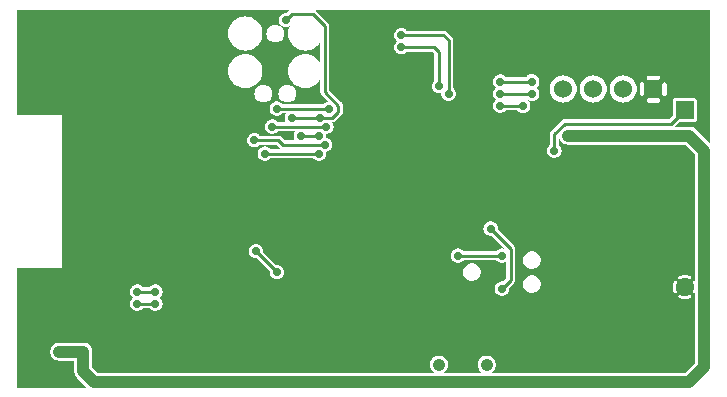
<source format=gbr>
G04 start of page 3 for group 1 idx 1 *
G04 Title: (unknown), solder *
G04 Creator: pcb 20140316 *
G04 CreationDate: Sun 30 Dec 2018 07:46:55 PM GMT UTC *
G04 For: railfan *
G04 Format: Gerber/RS-274X *
G04 PCB-Dimensions (mil): 2360.00 1310.00 *
G04 PCB-Coordinate-Origin: lower left *
%MOIN*%
%FSLAX25Y25*%
%LNBOTTOM*%
%ADD49C,0.0250*%
%ADD48C,0.0380*%
%ADD47C,0.0390*%
%ADD46C,0.0935*%
%ADD45C,0.0120*%
%ADD44C,0.0280*%
%ADD43C,0.0410*%
%ADD42C,0.0600*%
%ADD41C,0.0100*%
%ADD40C,0.0400*%
%ADD39C,0.0001*%
G54D39*G36*
X85496Y88176D02*X85552Y88085D01*
X85798Y87798D01*
X86085Y87552D01*
X86407Y87355D01*
X86756Y87210D01*
X87123Y87122D01*
X87500Y87093D01*
X87877Y87122D01*
X88244Y87210D01*
X88593Y87355D01*
X88915Y87552D01*
X89202Y87798D01*
X89375Y88000D01*
X95125D01*
X95052Y87915D01*
X94855Y87593D01*
X94710Y87244D01*
X94622Y86877D01*
X94593Y86500D01*
X94622Y86123D01*
X94710Y85756D01*
X94855Y85407D01*
X95052Y85085D01*
X95125Y85000D01*
X91621D01*
X90602Y86019D01*
X90564Y86064D01*
X90384Y86217D01*
X90183Y86341D01*
X89965Y86431D01*
X89735Y86486D01*
X89500Y86505D01*
X89441Y86500D01*
X85496D01*
Y88176D01*
G37*
G36*
X88495Y93153D02*X88623Y93122D01*
X89000Y93093D01*
X89377Y93122D01*
X89744Y93210D01*
X90093Y93355D01*
X90415Y93552D01*
X90702Y93798D01*
X90875Y94000D01*
X92125D01*
X92052Y93915D01*
X91855Y93593D01*
X91710Y93244D01*
X91622Y92877D01*
X91593Y92500D01*
X91622Y92123D01*
X91710Y91756D01*
X91855Y91407D01*
X92052Y91085D01*
X92125Y91000D01*
X89375D01*
X89202Y91202D01*
X88915Y91448D01*
X88593Y91645D01*
X88495Y91685D01*
Y93153D01*
G37*
G36*
X92495Y122651D02*X92744Y122710D01*
X93093Y122855D01*
X93415Y123052D01*
X93086Y122259D01*
X92878Y121391D01*
X92807Y120500D01*
X92878Y119609D01*
X93086Y118741D01*
X93428Y117916D01*
X93895Y117154D01*
X94475Y116475D01*
X95154Y115895D01*
X95916Y115428D01*
X96741Y115086D01*
X97609Y114878D01*
X98500Y114807D01*
X99391Y114878D01*
X100259Y115086D01*
X101084Y115428D01*
X101846Y115895D01*
X102525Y116475D01*
X103105Y117154D01*
X103500Y117798D01*
Y110702D01*
X103105Y111346D01*
X102525Y112025D01*
X101846Y112605D01*
X101084Y113072D01*
X100259Y113414D01*
X99391Y113622D01*
X98500Y113693D01*
X97609Y113622D01*
X96741Y113414D01*
X95916Y113072D01*
X95154Y112605D01*
X94475Y112025D01*
X93895Y111346D01*
X93428Y110584D01*
X93086Y109759D01*
X92878Y108891D01*
X92807Y108000D01*
X92878Y107109D01*
X93086Y106241D01*
X93428Y105416D01*
X93895Y104654D01*
X94475Y103975D01*
X95154Y103395D01*
X95916Y102928D01*
X96741Y102586D01*
X97609Y102378D01*
X98500Y102307D01*
X99391Y102378D01*
X100259Y102586D01*
X101084Y102928D01*
X101846Y103395D01*
X102525Y103975D01*
X103105Y104654D01*
X103500Y105298D01*
Y101059D01*
X103495Y101000D01*
X103514Y100765D01*
X103569Y100535D01*
X103659Y100317D01*
X103783Y100116D01*
X103936Y99936D01*
X103981Y99898D01*
X106025Y97854D01*
X105756Y97790D01*
X105407Y97645D01*
X105085Y97448D01*
X104798Y97202D01*
X104625Y97000D01*
X92495D01*
Y97541D01*
X92500Y97541D01*
X92963Y97577D01*
X93414Y97686D01*
X93843Y97863D01*
X94239Y98106D01*
X94592Y98408D01*
X94894Y98761D01*
X95137Y99157D01*
X95314Y99586D01*
X95423Y100037D01*
X95450Y100500D01*
X95423Y100963D01*
X95314Y101414D01*
X95137Y101843D01*
X94894Y102239D01*
X94592Y102592D01*
X94239Y102894D01*
X93843Y103137D01*
X93414Y103314D01*
X92963Y103423D01*
X92500Y103459D01*
X92495Y103459D01*
Y122651D01*
G37*
G36*
Y128500D02*X93941D01*
X93765Y128486D01*
X93535Y128431D01*
X93317Y128341D01*
X93116Y128217D01*
X93115Y128217D01*
X92936Y128064D01*
X92898Y128019D01*
X92495Y127617D01*
Y128500D01*
G37*
G36*
X88495D02*X92495D01*
Y127617D01*
X92265Y127387D01*
X92000Y127407D01*
X91623Y127378D01*
X91256Y127290D01*
X90907Y127145D01*
X90585Y126948D01*
X90298Y126702D01*
X90052Y126415D01*
X89855Y126093D01*
X89710Y125744D01*
X89622Y125377D01*
X89593Y125000D01*
X89622Y124623D01*
X89710Y124256D01*
X89855Y123907D01*
X90052Y123585D01*
X90298Y123298D01*
X90585Y123052D01*
X90907Y122855D01*
X91256Y122710D01*
X91623Y122622D01*
X92000Y122593D01*
X92377Y122622D01*
X92495Y122651D01*
Y103459D01*
X92037Y103423D01*
X91586Y103314D01*
X91157Y103137D01*
X90761Y102894D01*
X90408Y102592D01*
X90106Y102239D01*
X89863Y101843D01*
X89686Y101414D01*
X89577Y100963D01*
X89541Y100500D01*
X89577Y100037D01*
X89686Y99586D01*
X89863Y99157D01*
X90106Y98761D01*
X90408Y98408D01*
X90761Y98106D01*
X91157Y97863D01*
X91586Y97686D01*
X92037Y97577D01*
X92495Y97541D01*
Y97000D01*
X90875D01*
X90702Y97202D01*
X90415Y97448D01*
X90093Y97645D01*
X89744Y97790D01*
X89377Y97878D01*
X89000Y97907D01*
X88623Y97878D01*
X88495Y97847D01*
Y117541D01*
X88500Y117541D01*
X88963Y117577D01*
X89414Y117686D01*
X89843Y117863D01*
X90239Y118106D01*
X90592Y118408D01*
X90894Y118761D01*
X91137Y119157D01*
X91314Y119586D01*
X91423Y120037D01*
X91450Y120500D01*
X91423Y120963D01*
X91314Y121414D01*
X91137Y121843D01*
X90894Y122239D01*
X90592Y122592D01*
X90239Y122894D01*
X89843Y123137D01*
X89414Y123314D01*
X88963Y123423D01*
X88500Y123459D01*
X88495Y123459D01*
Y128500D01*
G37*
G36*
X85496D02*X88495D01*
Y123459D01*
X88037Y123423D01*
X87586Y123314D01*
X87157Y123137D01*
X86761Y122894D01*
X86408Y122592D01*
X86106Y122239D01*
X85863Y121843D01*
X85686Y121414D01*
X85577Y120963D01*
X85541Y120500D01*
X85577Y120037D01*
X85686Y119586D01*
X85863Y119157D01*
X86106Y118761D01*
X86408Y118408D01*
X86761Y118106D01*
X87157Y117863D01*
X87586Y117686D01*
X88037Y117577D01*
X88495Y117541D01*
Y97847D01*
X88256Y97790D01*
X87907Y97645D01*
X87585Y97448D01*
X87298Y97202D01*
X87052Y96915D01*
X86855Y96593D01*
X86710Y96244D01*
X86622Y95877D01*
X86593Y95500D01*
X86622Y95123D01*
X86710Y94756D01*
X86855Y94407D01*
X87052Y94085D01*
X87298Y93798D01*
X87585Y93552D01*
X87907Y93355D01*
X88256Y93210D01*
X88495Y93153D01*
Y91685D01*
X88244Y91790D01*
X87877Y91878D01*
X87500Y91907D01*
X87123Y91878D01*
X86756Y91790D01*
X86407Y91645D01*
X86085Y91448D01*
X85798Y91202D01*
X85552Y90915D01*
X85496Y90824D01*
Y97720D01*
X85843Y97863D01*
X86239Y98106D01*
X86592Y98408D01*
X86894Y98761D01*
X87137Y99157D01*
X87314Y99586D01*
X87423Y100037D01*
X87450Y100500D01*
X87423Y100963D01*
X87314Y101414D01*
X87137Y101843D01*
X86894Y102239D01*
X86592Y102592D01*
X86239Y102894D01*
X85843Y103137D01*
X85496Y103280D01*
Y128500D01*
G37*
G36*
X225002Y83500D02*X225257D01*
X228500Y80257D01*
Y37941D01*
X228472Y37985D01*
X228419Y38044D01*
X228357Y38094D01*
X228288Y38133D01*
X228214Y38161D01*
X228137Y38177D01*
X228058Y38181D01*
X227979Y38173D01*
X227903Y38152D01*
X227830Y38120D01*
X227764Y38077D01*
X227705Y38024D01*
X227656Y37962D01*
X227616Y37893D01*
X227588Y37819D01*
X227572Y37742D01*
X227568Y37663D01*
X227576Y37584D01*
X227597Y37507D01*
X227630Y37436D01*
X227753Y37193D01*
X227850Y36938D01*
X227923Y36676D01*
X227972Y36408D01*
X227997Y36136D01*
Y35864D01*
X227972Y35592D01*
X227923Y35324D01*
X227850Y35062D01*
X227753Y34807D01*
X227633Y34563D01*
X227600Y34491D01*
X227579Y34416D01*
X227571Y34337D01*
X227575Y34259D01*
X227591Y34182D01*
X227619Y34108D01*
X227658Y34040D01*
X227707Y33979D01*
X227766Y33926D01*
X227832Y33883D01*
X227904Y33851D01*
X227980Y33830D01*
X228058Y33822D01*
X228136Y33826D01*
X228213Y33842D01*
X228287Y33870D01*
X228355Y33909D01*
X228416Y33958D01*
X228469Y34017D01*
X228500Y34066D01*
Y10743D01*
X225257Y7500D01*
X225002D01*
Y32000D01*
X225182D01*
X225544Y32033D01*
X225902Y32099D01*
X226252Y32197D01*
X226592Y32326D01*
X226919Y32485D01*
X226985Y32528D01*
X227044Y32581D01*
X227094Y32643D01*
X227133Y32712D01*
X227161Y32786D01*
X227177Y32863D01*
X227181Y32942D01*
X227173Y33021D01*
X227152Y33097D01*
X227120Y33170D01*
X227077Y33236D01*
X227024Y33295D01*
X226962Y33344D01*
X226893Y33384D01*
X226819Y33412D01*
X226742Y33428D01*
X226663Y33432D01*
X226584Y33424D01*
X226507Y33403D01*
X226436Y33370D01*
X226193Y33247D01*
X225938Y33150D01*
X225676Y33077D01*
X225408Y33028D01*
X225136Y33003D01*
X225002D01*
Y38997D01*
X225136D01*
X225408Y38972D01*
X225676Y38923D01*
X225938Y38850D01*
X226193Y38753D01*
X226437Y38633D01*
X226509Y38600D01*
X226584Y38579D01*
X226663Y38571D01*
X226741Y38575D01*
X226818Y38591D01*
X226892Y38619D01*
X226960Y38658D01*
X227021Y38707D01*
X227074Y38766D01*
X227117Y38832D01*
X227149Y38904D01*
X227170Y38980D01*
X227178Y39058D01*
X227174Y39136D01*
X227158Y39213D01*
X227130Y39287D01*
X227091Y39355D01*
X227042Y39416D01*
X226983Y39469D01*
X226917Y39511D01*
X226592Y39674D01*
X226252Y39803D01*
X225902Y39901D01*
X225544Y39967D01*
X225182Y40000D01*
X225002D01*
Y83500D01*
G37*
G36*
X221716D02*X225002D01*
Y40000D01*
X224818D01*
X224456Y39967D01*
X224098Y39901D01*
X223748Y39803D01*
X223408Y39674D01*
X223081Y39515D01*
X223015Y39472D01*
X222956Y39419D01*
X222906Y39357D01*
X222867Y39288D01*
X222839Y39214D01*
X222823Y39137D01*
X222819Y39058D01*
X222827Y38979D01*
X222848Y38903D01*
X222880Y38830D01*
X222923Y38764D01*
X222976Y38705D01*
X223038Y38656D01*
X223107Y38616D01*
X223181Y38588D01*
X223258Y38572D01*
X223337Y38568D01*
X223416Y38576D01*
X223493Y38597D01*
X223564Y38630D01*
X223807Y38753D01*
X224062Y38850D01*
X224324Y38923D01*
X224592Y38972D01*
X224864Y38997D01*
X225002D01*
Y33003D01*
X224864D01*
X224592Y33028D01*
X224324Y33077D01*
X224062Y33150D01*
X223807Y33247D01*
X223563Y33367D01*
X223491Y33400D01*
X223415Y33421D01*
X223337Y33429D01*
X223259Y33425D01*
X223182Y33409D01*
X223108Y33381D01*
X223040Y33342D01*
X222979Y33293D01*
X222926Y33234D01*
X222883Y33168D01*
X222851Y33096D01*
X222830Y33020D01*
X222822Y32942D01*
X222826Y32864D01*
X222842Y32787D01*
X222870Y32713D01*
X222909Y32645D01*
X222958Y32584D01*
X223017Y32531D01*
X223083Y32489D01*
X223408Y32326D01*
X223748Y32197D01*
X224098Y32099D01*
X224456Y32033D01*
X224818Y32000D01*
X225002D01*
Y7500D01*
X221716D01*
Y33865D01*
X221786Y33839D01*
X221863Y33823D01*
X221942Y33819D01*
X222021Y33827D01*
X222097Y33848D01*
X222170Y33880D01*
X222236Y33923D01*
X222295Y33976D01*
X222344Y34038D01*
X222384Y34107D01*
X222412Y34181D01*
X222428Y34258D01*
X222432Y34337D01*
X222424Y34416D01*
X222403Y34493D01*
X222370Y34564D01*
X222247Y34807D01*
X222150Y35062D01*
X222077Y35324D01*
X222028Y35592D01*
X222003Y35864D01*
Y36136D01*
X222028Y36408D01*
X222077Y36676D01*
X222150Y36938D01*
X222247Y37193D01*
X222367Y37437D01*
X222400Y37509D01*
X222421Y37585D01*
X222429Y37663D01*
X222425Y37741D01*
X222409Y37818D01*
X222381Y37892D01*
X222342Y37960D01*
X222293Y38021D01*
X222234Y38074D01*
X222168Y38117D01*
X222096Y38149D01*
X222020Y38170D01*
X221942Y38178D01*
X221864Y38174D01*
X221787Y38158D01*
X221716Y38131D01*
Y83500D01*
G37*
G36*
X214500D02*X221716D01*
Y38131D01*
X221713Y38130D01*
X221645Y38091D01*
X221584Y38042D01*
X221531Y37983D01*
X221489Y37917D01*
X221326Y37592D01*
X221197Y37252D01*
X221099Y36902D01*
X221033Y36544D01*
X221000Y36182D01*
Y35818D01*
X221033Y35456D01*
X221099Y35098D01*
X221197Y34748D01*
X221326Y34408D01*
X221485Y34081D01*
X221528Y34015D01*
X221581Y33956D01*
X221643Y33906D01*
X221712Y33867D01*
X221716Y33865D01*
Y7500D01*
X214500D01*
Y83500D01*
G37*
G36*
X218250Y128500D02*X233500D01*
Y83743D01*
X228704Y88538D01*
X228628Y88628D01*
X228269Y88935D01*
X227866Y89181D01*
X227430Y89362D01*
X226971Y89472D01*
X226971Y89472D01*
X226500Y89509D01*
X226382Y89500D01*
X221621D01*
X223123Y91002D01*
X228157Y91009D01*
X228310Y91046D01*
X228455Y91106D01*
X228590Y91188D01*
X228709Y91291D01*
X228812Y91410D01*
X228894Y91545D01*
X228954Y91690D01*
X228991Y91843D01*
X229000Y92000D01*
X228991Y98157D01*
X228954Y98310D01*
X228894Y98455D01*
X228812Y98590D01*
X228709Y98709D01*
X228590Y98812D01*
X228455Y98894D01*
X228310Y98954D01*
X228157Y98991D01*
X228000Y99000D01*
X221843Y98991D01*
X221690Y98954D01*
X221545Y98894D01*
X221410Y98812D01*
X221291Y98709D01*
X221188Y98590D01*
X221106Y98455D01*
X221046Y98310D01*
X221009Y98157D01*
X221000Y98000D01*
X221007Y93129D01*
X219879Y92000D01*
X218250D01*
Y99748D01*
X218368Y99757D01*
X218482Y99785D01*
X218592Y99830D01*
X218692Y99891D01*
X218782Y99968D01*
X218859Y100058D01*
X218920Y100158D01*
X218965Y100268D01*
X218993Y100382D01*
X219000Y100500D01*
Y103500D01*
X218993Y103618D01*
X218965Y103732D01*
X218920Y103842D01*
X218859Y103942D01*
X218782Y104032D01*
X218692Y104109D01*
X218592Y104170D01*
X218482Y104215D01*
X218368Y104243D01*
X218250Y104252D01*
Y128500D01*
G37*
G36*
X214500D02*X218250D01*
Y104252D01*
X218132Y104243D01*
X218018Y104215D01*
X217908Y104170D01*
X217808Y104109D01*
X217718Y104032D01*
X217641Y103942D01*
X217580Y103842D01*
X217535Y103732D01*
X217507Y103618D01*
X217500Y103500D01*
Y100500D01*
X217507Y100382D01*
X217535Y100268D01*
X217580Y100158D01*
X217641Y100058D01*
X217718Y99968D01*
X217808Y99891D01*
X217908Y99830D01*
X218018Y99785D01*
X218132Y99757D01*
X218250Y99748D01*
Y92000D01*
X214500D01*
Y97500D01*
X216000D01*
X216118Y97507D01*
X216232Y97535D01*
X216342Y97580D01*
X216442Y97641D01*
X216532Y97718D01*
X216609Y97808D01*
X216670Y97908D01*
X216715Y98018D01*
X216743Y98132D01*
X216752Y98250D01*
X216743Y98368D01*
X216715Y98482D01*
X216670Y98592D01*
X216609Y98692D01*
X216532Y98782D01*
X216442Y98859D01*
X216342Y98920D01*
X216232Y98965D01*
X216118Y98993D01*
X216000Y99000D01*
X214500D01*
Y105000D01*
X216000D01*
X216118Y105007D01*
X216232Y105035D01*
X216342Y105080D01*
X216442Y105141D01*
X216532Y105218D01*
X216609Y105308D01*
X216670Y105408D01*
X216715Y105518D01*
X216743Y105632D01*
X216752Y105750D01*
X216743Y105868D01*
X216715Y105982D01*
X216670Y106092D01*
X216609Y106192D01*
X216532Y106282D01*
X216442Y106359D01*
X216342Y106420D01*
X216232Y106465D01*
X216118Y106493D01*
X216000Y106500D01*
X214500D01*
Y128500D01*
G37*
G36*
X210750Y83500D02*X214500D01*
Y7500D01*
X210750D01*
Y83500D01*
G37*
G36*
Y128500D02*X214500D01*
Y106500D01*
X213000D01*
X212882Y106493D01*
X212768Y106465D01*
X212658Y106420D01*
X212558Y106359D01*
X212468Y106282D01*
X212391Y106192D01*
X212330Y106092D01*
X212285Y105982D01*
X212257Y105868D01*
X212248Y105750D01*
X212257Y105632D01*
X212285Y105518D01*
X212330Y105408D01*
X212391Y105308D01*
X212468Y105218D01*
X212558Y105141D01*
X212658Y105080D01*
X212768Y105035D01*
X212882Y105007D01*
X213000Y105000D01*
X214500D01*
Y99000D01*
X213000D01*
X212882Y98993D01*
X212768Y98965D01*
X212658Y98920D01*
X212558Y98859D01*
X212468Y98782D01*
X212391Y98692D01*
X212330Y98592D01*
X212285Y98482D01*
X212257Y98368D01*
X212248Y98250D01*
X212257Y98132D01*
X212285Y98018D01*
X212330Y97908D01*
X212391Y97808D01*
X212468Y97718D01*
X212558Y97641D01*
X212658Y97580D01*
X212768Y97535D01*
X212882Y97507D01*
X213000Y97500D01*
X214500D01*
Y92000D01*
X210750D01*
Y99748D01*
X210868Y99757D01*
X210982Y99785D01*
X211092Y99830D01*
X211192Y99891D01*
X211282Y99968D01*
X211359Y100058D01*
X211420Y100158D01*
X211465Y100268D01*
X211493Y100382D01*
X211500Y100500D01*
Y103500D01*
X211493Y103618D01*
X211465Y103732D01*
X211420Y103842D01*
X211359Y103942D01*
X211282Y104032D01*
X211192Y104109D01*
X211092Y104170D01*
X210982Y104215D01*
X210868Y104243D01*
X210750Y104252D01*
Y128500D01*
G37*
G36*
X204493Y83500D02*X210750D01*
Y7500D01*
X204493D01*
Y83500D01*
G37*
G36*
Y128500D02*X210750D01*
Y104252D01*
X210632Y104243D01*
X210518Y104215D01*
X210408Y104170D01*
X210308Y104109D01*
X210218Y104032D01*
X210141Y103942D01*
X210080Y103842D01*
X210035Y103732D01*
X210007Y103618D01*
X210000Y103500D01*
Y100500D01*
X210007Y100382D01*
X210035Y100268D01*
X210080Y100158D01*
X210141Y100058D01*
X210218Y99968D01*
X210308Y99891D01*
X210408Y99830D01*
X210518Y99785D01*
X210632Y99757D01*
X210750Y99748D01*
Y92000D01*
X204493D01*
Y97487D01*
X204500Y97486D01*
X205206Y97542D01*
X205895Y97707D01*
X206549Y97978D01*
X207153Y98348D01*
X207692Y98808D01*
X208152Y99347D01*
X208522Y99951D01*
X208793Y100605D01*
X208958Y101294D01*
X209000Y102000D01*
X208958Y102706D01*
X208793Y103395D01*
X208522Y104049D01*
X208152Y104653D01*
X207692Y105192D01*
X207153Y105652D01*
X206549Y106022D01*
X205895Y106293D01*
X205206Y106458D01*
X204500Y106514D01*
X204493Y106513D01*
Y128500D01*
G37*
G36*
X194493Y83500D02*X204493D01*
Y7500D01*
X194493D01*
Y83500D01*
G37*
G36*
Y128500D02*X204493D01*
Y106513D01*
X203794Y106458D01*
X203105Y106293D01*
X202451Y106022D01*
X201847Y105652D01*
X201308Y105192D01*
X200848Y104653D01*
X200478Y104049D01*
X200207Y103395D01*
X200042Y102706D01*
X199986Y102000D01*
X200042Y101294D01*
X200207Y100605D01*
X200478Y99951D01*
X200848Y99347D01*
X201308Y98808D01*
X201847Y98348D01*
X202451Y97978D01*
X203105Y97707D01*
X203794Y97542D01*
X204493Y97487D01*
Y92000D01*
X194493D01*
Y97487D01*
X194500Y97486D01*
X195206Y97542D01*
X195895Y97707D01*
X196549Y97978D01*
X197153Y98348D01*
X197692Y98808D01*
X198152Y99347D01*
X198522Y99951D01*
X198793Y100605D01*
X198958Y101294D01*
X199000Y102000D01*
X198958Y102706D01*
X198793Y103395D01*
X198522Y104049D01*
X198152Y104653D01*
X197692Y105192D01*
X197153Y105652D01*
X196549Y106022D01*
X195895Y106293D01*
X195206Y106458D01*
X194500Y106514D01*
X194493Y106513D01*
Y128500D01*
G37*
G36*
X184493Y83905D02*X184634Y83819D01*
X185070Y83638D01*
X185529Y83528D01*
X186000Y83500D01*
X194493D01*
Y7500D01*
X184493D01*
Y83905D01*
G37*
G36*
Y128500D02*X194493D01*
Y106513D01*
X193794Y106458D01*
X193105Y106293D01*
X192451Y106022D01*
X191847Y105652D01*
X191308Y105192D01*
X190848Y104653D01*
X190478Y104049D01*
X190207Y103395D01*
X190042Y102706D01*
X189986Y102000D01*
X190042Y101294D01*
X190207Y100605D01*
X190478Y99951D01*
X190848Y99347D01*
X191308Y98808D01*
X191847Y98348D01*
X192451Y97978D01*
X193105Y97707D01*
X193794Y97542D01*
X194493Y97487D01*
Y92000D01*
X185059D01*
X185000Y92005D01*
X184765Y91986D01*
X184535Y91931D01*
X184493Y91914D01*
Y97487D01*
X184500Y97486D01*
X185206Y97542D01*
X185895Y97707D01*
X186549Y97978D01*
X187153Y98348D01*
X187692Y98808D01*
X188152Y99347D01*
X188522Y99951D01*
X188793Y100605D01*
X188958Y101294D01*
X189000Y102000D01*
X188958Y102706D01*
X188793Y103395D01*
X188522Y104049D01*
X188152Y104653D01*
X187692Y105192D01*
X187153Y105652D01*
X186549Y106022D01*
X185895Y106293D01*
X185206Y106458D01*
X184500Y106514D01*
X184493Y106513D01*
Y128500D01*
G37*
G36*
X173995D02*X184493D01*
Y106513D01*
X183794Y106458D01*
X183105Y106293D01*
X182451Y106022D01*
X181847Y105652D01*
X181308Y105192D01*
X180848Y104653D01*
X180478Y104049D01*
X180207Y103395D01*
X180042Y102706D01*
X179986Y102000D01*
X180042Y101294D01*
X180207Y100605D01*
X180478Y99951D01*
X180848Y99347D01*
X181308Y98808D01*
X181847Y98348D01*
X182451Y97978D01*
X183105Y97707D01*
X183794Y97542D01*
X184493Y97487D01*
Y91914D01*
X184317Y91841D01*
X184116Y91717D01*
X184115Y91717D01*
X183936Y91564D01*
X183898Y91519D01*
X180481Y88102D01*
X180436Y88064D01*
X180283Y87884D01*
X180159Y87683D01*
X180069Y87465D01*
X180014Y87235D01*
X180014Y87235D01*
X179995Y87000D01*
X180000Y86941D01*
Y83375D01*
X179798Y83202D01*
X179552Y82915D01*
X179355Y82593D01*
X179210Y82244D01*
X179122Y81877D01*
X179093Y81500D01*
X179122Y81123D01*
X179210Y80756D01*
X179355Y80407D01*
X179552Y80085D01*
X179798Y79798D01*
X180085Y79552D01*
X180407Y79355D01*
X180756Y79210D01*
X181123Y79122D01*
X181500Y79093D01*
X181877Y79122D01*
X182244Y79210D01*
X182593Y79355D01*
X182915Y79552D01*
X183202Y79798D01*
X183448Y80085D01*
X183645Y80407D01*
X183790Y80756D01*
X183878Y81123D01*
X183900Y81500D01*
X183878Y81877D01*
X183790Y82244D01*
X183645Y82593D01*
X183448Y82915D01*
X183202Y83202D01*
X183000Y83375D01*
Y86379D01*
X183000Y86379D01*
X183028Y86029D01*
X183138Y85570D01*
X183319Y85134D01*
X183565Y84731D01*
X183872Y84372D01*
X184231Y84065D01*
X184493Y83905D01*
Y7500D01*
X173995D01*
Y34041D01*
X174000Y34041D01*
X174463Y34077D01*
X174914Y34186D01*
X175343Y34363D01*
X175739Y34606D01*
X176092Y34908D01*
X176394Y35261D01*
X176637Y35657D01*
X176814Y36086D01*
X176923Y36537D01*
X176950Y37000D01*
X176923Y37463D01*
X176814Y37914D01*
X176637Y38343D01*
X176394Y38739D01*
X176092Y39092D01*
X175739Y39394D01*
X175343Y39637D01*
X174914Y39814D01*
X174463Y39923D01*
X174000Y39959D01*
X173995Y39959D01*
Y42041D01*
X174000Y42041D01*
X174463Y42077D01*
X174914Y42186D01*
X175343Y42363D01*
X175739Y42606D01*
X176092Y42908D01*
X176394Y43261D01*
X176637Y43657D01*
X176814Y44086D01*
X176923Y44537D01*
X176950Y45000D01*
X176923Y45463D01*
X176814Y45914D01*
X176637Y46343D01*
X176394Y46739D01*
X176092Y47092D01*
X175739Y47394D01*
X175343Y47637D01*
X174914Y47814D01*
X174463Y47923D01*
X174000Y47959D01*
X173995Y47959D01*
Y97993D01*
X174000Y97992D01*
X174392Y98023D01*
X174775Y98115D01*
X175138Y98266D01*
X175474Y98471D01*
X175773Y98727D01*
X176029Y99026D01*
X176234Y99362D01*
X176385Y99725D01*
X176477Y100108D01*
X176500Y100500D01*
X176477Y100892D01*
X176385Y101275D01*
X176234Y101638D01*
X176029Y101974D01*
X175773Y102273D01*
X175508Y102500D01*
X175773Y102727D01*
X176029Y103026D01*
X176234Y103362D01*
X176385Y103725D01*
X176477Y104108D01*
X176500Y104500D01*
X176477Y104892D01*
X176385Y105275D01*
X176234Y105638D01*
X176029Y105974D01*
X175773Y106273D01*
X175474Y106529D01*
X175138Y106734D01*
X174775Y106885D01*
X174392Y106977D01*
X174000Y107008D01*
X173995Y107007D01*
Y128500D01*
G37*
G36*
Y7500D02*X168796D01*
Y95000D01*
X168993D01*
X169227Y94727D01*
X169526Y94471D01*
X169862Y94266D01*
X170225Y94115D01*
X170608Y94023D01*
X171000Y93992D01*
X171392Y94023D01*
X171775Y94115D01*
X172138Y94266D01*
X172474Y94471D01*
X172773Y94727D01*
X173029Y95026D01*
X173234Y95362D01*
X173385Y95725D01*
X173477Y96108D01*
X173500Y96500D01*
X173477Y96892D01*
X173385Y97275D01*
X173234Y97638D01*
X173029Y97974D01*
X172773Y98273D01*
X172580Y98438D01*
X172862Y98266D01*
X173225Y98115D01*
X173608Y98023D01*
X173995Y97993D01*
Y47959D01*
X173537Y47923D01*
X173086Y47814D01*
X172657Y47637D01*
X172261Y47394D01*
X171908Y47092D01*
X171606Y46739D01*
X171363Y46343D01*
X171186Y45914D01*
X171077Y45463D01*
X171041Y45000D01*
X171077Y44537D01*
X171186Y44086D01*
X171363Y43657D01*
X171606Y43261D01*
X171908Y42908D01*
X172261Y42606D01*
X172657Y42363D01*
X173086Y42186D01*
X173537Y42077D01*
X173995Y42041D01*
Y39959D01*
X173537Y39923D01*
X173086Y39814D01*
X172657Y39637D01*
X172261Y39394D01*
X171908Y39092D01*
X171606Y38739D01*
X171363Y38343D01*
X171186Y37914D01*
X171077Y37463D01*
X171041Y37000D01*
X171077Y36537D01*
X171186Y36086D01*
X171363Y35657D01*
X171606Y35261D01*
X171908Y34908D01*
X172261Y34606D01*
X172657Y34363D01*
X173086Y34186D01*
X173537Y34077D01*
X173995Y34041D01*
Y7500D01*
G37*
G36*
X168796Y128500D02*X173995D01*
Y107007D01*
X173608Y106977D01*
X173225Y106885D01*
X172862Y106734D01*
X172526Y106529D01*
X172227Y106273D01*
X171993Y106000D01*
X168796D01*
Y128500D01*
G37*
G36*
X157736D02*X168796D01*
Y106000D01*
X165375D01*
X165202Y106202D01*
X164915Y106448D01*
X164593Y106645D01*
X164244Y106790D01*
X163877Y106878D01*
X163500Y106907D01*
X163123Y106878D01*
X162756Y106790D01*
X162407Y106645D01*
X162085Y106448D01*
X161798Y106202D01*
X161552Y105915D01*
X161355Y105593D01*
X161210Y105244D01*
X161122Y104877D01*
X161093Y104500D01*
X161122Y104123D01*
X161210Y103756D01*
X161355Y103407D01*
X161552Y103085D01*
X161798Y102798D01*
X162085Y102552D01*
X162170Y102500D01*
X162085Y102448D01*
X161798Y102202D01*
X161552Y101915D01*
X161355Y101593D01*
X161210Y101244D01*
X161122Y100877D01*
X161093Y100500D01*
X161122Y100123D01*
X161210Y99756D01*
X161355Y99407D01*
X161552Y99085D01*
X161798Y98798D01*
X162085Y98552D01*
X162170Y98500D01*
X162085Y98448D01*
X161798Y98202D01*
X161552Y97915D01*
X161355Y97593D01*
X161210Y97244D01*
X161122Y96877D01*
X161093Y96500D01*
X161122Y96123D01*
X161210Y95756D01*
X161355Y95407D01*
X161552Y95085D01*
X161798Y94798D01*
X162085Y94552D01*
X162407Y94355D01*
X162756Y94210D01*
X163123Y94122D01*
X163500Y94093D01*
X163877Y94122D01*
X164244Y94210D01*
X164593Y94355D01*
X164915Y94552D01*
X165202Y94798D01*
X165375Y95000D01*
X168796D01*
Y7500D01*
X160486D01*
X160771Y7674D01*
X161136Y7986D01*
X161448Y8351D01*
X161698Y8761D01*
X161882Y9204D01*
X161994Y9671D01*
X162022Y10150D01*
X161994Y10628D01*
X161882Y11095D01*
X161698Y11539D01*
X161448Y11948D01*
X161136Y12313D01*
X160771Y12625D01*
X160361Y12876D01*
X159918Y13059D01*
X159451Y13171D01*
X158972Y13209D01*
X158494Y13171D01*
X158027Y13059D01*
X157736Y12939D01*
Y45000D01*
X162125D01*
X162298Y44798D01*
X162585Y44552D01*
X162907Y44355D01*
X163256Y44210D01*
X163623Y44122D01*
X164000Y44093D01*
X164377Y44122D01*
X164744Y44210D01*
X165093Y44355D01*
X165415Y44552D01*
X165500Y44625D01*
Y39121D01*
X164265Y37887D01*
X164000Y37907D01*
X163623Y37878D01*
X163256Y37790D01*
X162907Y37645D01*
X162585Y37448D01*
X162298Y37202D01*
X162052Y36915D01*
X161855Y36593D01*
X161710Y36244D01*
X161622Y35877D01*
X161593Y35500D01*
X161622Y35123D01*
X161710Y34756D01*
X161855Y34407D01*
X162052Y34085D01*
X162298Y33798D01*
X162585Y33552D01*
X162907Y33355D01*
X163256Y33210D01*
X163623Y33122D01*
X164000Y33093D01*
X164377Y33122D01*
X164744Y33210D01*
X165093Y33355D01*
X165415Y33552D01*
X165702Y33798D01*
X165948Y34085D01*
X166145Y34407D01*
X166290Y34756D01*
X166378Y35123D01*
X166400Y35500D01*
X166384Y35763D01*
X168019Y37398D01*
X168064Y37436D01*
X168217Y37615D01*
X168217Y37616D01*
X168341Y37817D01*
X168431Y38035D01*
X168486Y38265D01*
X168505Y38500D01*
X168500Y38559D01*
Y48720D01*
X168505Y48779D01*
X168486Y49014D01*
X168486Y49014D01*
X168431Y49244D01*
X168341Y49462D01*
X168217Y49663D01*
X168064Y49843D01*
X168019Y49881D01*
X162664Y55237D01*
X162679Y55500D01*
X162657Y55877D01*
X162569Y56244D01*
X162424Y56593D01*
X162227Y56915D01*
X161981Y57202D01*
X161694Y57448D01*
X161372Y57645D01*
X161023Y57790D01*
X160656Y57878D01*
X160279Y57907D01*
X159903Y57878D01*
X159535Y57790D01*
X159186Y57645D01*
X158864Y57448D01*
X158577Y57202D01*
X158332Y56915D01*
X158134Y56593D01*
X157990Y56244D01*
X157901Y55877D01*
X157872Y55500D01*
X157901Y55123D01*
X157990Y54756D01*
X158134Y54407D01*
X158332Y54085D01*
X158577Y53798D01*
X158864Y53552D01*
X159186Y53355D01*
X159535Y53210D01*
X159903Y53122D01*
X160279Y53093D01*
X160544Y53113D01*
X164956Y48702D01*
X164744Y48790D01*
X164377Y48878D01*
X164000Y48907D01*
X163623Y48878D01*
X163256Y48790D01*
X162907Y48645D01*
X162585Y48448D01*
X162298Y48202D01*
X162125Y48000D01*
X157736D01*
Y128500D01*
G37*
G36*
X153995Y45000D02*X157736D01*
Y12939D01*
X157584Y12876D01*
X157174Y12625D01*
X156809Y12313D01*
X156497Y11948D01*
X156246Y11539D01*
X156063Y11095D01*
X155951Y10628D01*
X155913Y10150D01*
X155951Y9671D01*
X156063Y9204D01*
X156246Y8761D01*
X156497Y8351D01*
X156809Y7986D01*
X157174Y7674D01*
X157459Y7500D01*
X153995D01*
Y38041D01*
X154000Y38041D01*
X154463Y38077D01*
X154914Y38186D01*
X155343Y38363D01*
X155739Y38606D01*
X156092Y38908D01*
X156394Y39261D01*
X156637Y39657D01*
X156814Y40086D01*
X156923Y40537D01*
X156950Y41000D01*
X156923Y41463D01*
X156814Y41914D01*
X156637Y42343D01*
X156394Y42739D01*
X156092Y43092D01*
X155739Y43394D01*
X155343Y43637D01*
X154914Y43814D01*
X154463Y43923D01*
X154000Y43959D01*
X153995Y43959D01*
Y45000D01*
G37*
G36*
Y128500D02*X157736D01*
Y48000D01*
X153995D01*
Y128500D01*
G37*
G36*
X138358D02*X153995D01*
Y48000D01*
X151249D01*
X151076Y48202D01*
X150789Y48448D01*
X150467Y48645D01*
X150118Y48790D01*
X149751Y48878D01*
X149374Y48907D01*
X148997Y48878D01*
X148630Y48790D01*
X148281Y48645D01*
X147959Y48448D01*
X147672Y48202D01*
X147426Y47915D01*
X147229Y47593D01*
X147084Y47244D01*
X146996Y46877D01*
X146967Y46500D01*
X146996Y46123D01*
X147084Y45756D01*
X147229Y45407D01*
X147426Y45085D01*
X147672Y44798D01*
X147959Y44552D01*
X148281Y44355D01*
X148630Y44210D01*
X148997Y44122D01*
X149374Y44093D01*
X149751Y44122D01*
X150118Y44210D01*
X150467Y44355D01*
X150789Y44552D01*
X151076Y44798D01*
X151249Y45000D01*
X153995D01*
Y43959D01*
X153537Y43923D01*
X153086Y43814D01*
X152657Y43637D01*
X152261Y43394D01*
X151908Y43092D01*
X151606Y42739D01*
X151363Y42343D01*
X151186Y41914D01*
X151077Y41463D01*
X151041Y41000D01*
X151077Y40537D01*
X151186Y40086D01*
X151363Y39657D01*
X151606Y39261D01*
X151908Y38908D01*
X152261Y38606D01*
X152657Y38363D01*
X153086Y38186D01*
X153537Y38077D01*
X153995Y38041D01*
Y7500D01*
X144541D01*
X144826Y7674D01*
X145191Y7986D01*
X145503Y8351D01*
X145754Y8761D01*
X145937Y9204D01*
X146049Y9671D01*
X146078Y10150D01*
X146049Y10628D01*
X145937Y11095D01*
X145754Y11539D01*
X145503Y11948D01*
X145191Y12313D01*
X144826Y12625D01*
X144416Y12876D01*
X143973Y13059D01*
X143506Y13171D01*
X143028Y13209D01*
X142549Y13171D01*
X142082Y13059D01*
X141639Y12876D01*
X141229Y12625D01*
X140864Y12313D01*
X140552Y11948D01*
X140302Y11539D01*
X140118Y11095D01*
X140006Y10628D01*
X139968Y10150D01*
X140006Y9671D01*
X140118Y9204D01*
X140302Y8761D01*
X140552Y8351D01*
X140864Y7986D01*
X141229Y7674D01*
X141514Y7500D01*
X138358D01*
Y114500D01*
X140879D01*
X141500Y113879D01*
Y104811D01*
X141373Y104702D01*
X141128Y104415D01*
X140930Y104093D01*
X140786Y103744D01*
X140697Y103377D01*
X140668Y103000D01*
X140697Y102623D01*
X140786Y102256D01*
X140930Y101907D01*
X141128Y101585D01*
X141373Y101298D01*
X141660Y101052D01*
X141982Y100855D01*
X142331Y100710D01*
X142699Y100622D01*
X143075Y100593D01*
X143452Y100622D01*
X143819Y100710D01*
X143834Y100716D01*
X143817Y100500D01*
X143846Y100123D01*
X143934Y99756D01*
X144079Y99407D01*
X144276Y99085D01*
X144522Y98798D01*
X144809Y98552D01*
X145131Y98355D01*
X145480Y98210D01*
X145847Y98122D01*
X146224Y98093D01*
X146601Y98122D01*
X146968Y98210D01*
X147317Y98355D01*
X147639Y98552D01*
X147926Y98798D01*
X148172Y99085D01*
X148369Y99407D01*
X148514Y99756D01*
X148602Y100123D01*
X148624Y100500D01*
X148602Y100877D01*
X148514Y101244D01*
X148369Y101593D01*
X148172Y101915D01*
X147926Y102202D01*
X147724Y102375D01*
Y118217D01*
X147729Y118276D01*
X147710Y118511D01*
X147655Y118741D01*
X147565Y118959D01*
X147441Y119160D01*
X147288Y119340D01*
X147243Y119378D01*
X145602Y121019D01*
X145564Y121064D01*
X145384Y121217D01*
X145183Y121341D01*
X144965Y121431D01*
X144735Y121486D01*
X144735Y121486D01*
X144500Y121505D01*
X144441Y121500D01*
X138358D01*
Y128500D01*
G37*
G36*
X85496Y78151D02*X85744Y78210D01*
X86093Y78355D01*
X86415Y78552D01*
X86702Y78798D01*
X86875Y79000D01*
X101125D01*
X101298Y78798D01*
X101585Y78552D01*
X101907Y78355D01*
X102256Y78210D01*
X102623Y78122D01*
X103000Y78093D01*
X103377Y78122D01*
X103744Y78210D01*
X104093Y78355D01*
X104415Y78552D01*
X104702Y78798D01*
X104948Y79085D01*
X105145Y79407D01*
X105290Y79756D01*
X105378Y80123D01*
X105400Y80500D01*
X105378Y80877D01*
X105320Y81118D01*
X105377Y81122D01*
X105744Y81210D01*
X106093Y81355D01*
X106415Y81552D01*
X106702Y81798D01*
X106948Y82085D01*
X107145Y82407D01*
X107290Y82756D01*
X107378Y83123D01*
X107400Y83500D01*
X107378Y83877D01*
X107290Y84244D01*
X107145Y84593D01*
X106948Y84915D01*
X106702Y85202D01*
X106415Y85448D01*
X106093Y85645D01*
X105744Y85790D01*
X105377Y85878D01*
X105320Y85882D01*
X105378Y86123D01*
X105400Y86500D01*
X105378Y86877D01*
X105323Y87107D01*
X105500Y87093D01*
X105877Y87122D01*
X106244Y87210D01*
X106593Y87355D01*
X106915Y87552D01*
X107202Y87798D01*
X107448Y88085D01*
X107645Y88407D01*
X107790Y88756D01*
X107878Y89123D01*
X107900Y89500D01*
X107878Y89877D01*
X107790Y90244D01*
X107645Y90593D01*
X107448Y90915D01*
X107375Y91000D01*
X107441D01*
X107500Y90995D01*
X107735Y91014D01*
X107735Y91014D01*
X107965Y91069D01*
X108183Y91159D01*
X108384Y91283D01*
X108564Y91436D01*
X108602Y91481D01*
X110519Y93398D01*
X110564Y93436D01*
X110717Y93615D01*
X110717Y93616D01*
X110841Y93817D01*
X110931Y94035D01*
X110986Y94265D01*
X111005Y94500D01*
X111000Y94559D01*
Y96441D01*
X111005Y96500D01*
X110986Y96735D01*
X110931Y96965D01*
X110841Y97183D01*
X110717Y97384D01*
X110564Y97564D01*
X110519Y97602D01*
X106500Y101621D01*
Y122941D01*
X106505Y123000D01*
X106486Y123235D01*
X106486Y123235D01*
X106431Y123465D01*
X106341Y123683D01*
X106217Y123884D01*
X106064Y124064D01*
X106019Y124102D01*
X102102Y128019D01*
X102064Y128064D01*
X101884Y128217D01*
X101683Y128341D01*
X101465Y128431D01*
X101235Y128486D01*
X101235Y128486D01*
X101059Y128500D01*
X138358D01*
Y121500D01*
X132375D01*
X132202Y121702D01*
X131915Y121948D01*
X131593Y122145D01*
X131244Y122290D01*
X130877Y122378D01*
X130500Y122407D01*
X130123Y122378D01*
X129756Y122290D01*
X129407Y122145D01*
X129085Y121948D01*
X128798Y121702D01*
X128552Y121415D01*
X128355Y121093D01*
X128210Y120744D01*
X128122Y120377D01*
X128093Y120000D01*
X128122Y119623D01*
X128210Y119256D01*
X128355Y118907D01*
X128552Y118585D01*
X128798Y118298D01*
X129085Y118052D01*
X129170Y118000D01*
X129085Y117948D01*
X128798Y117702D01*
X128552Y117415D01*
X128355Y117093D01*
X128210Y116744D01*
X128122Y116377D01*
X128093Y116000D01*
X128122Y115623D01*
X128210Y115256D01*
X128355Y114907D01*
X128552Y114585D01*
X128798Y114298D01*
X129085Y114052D01*
X129407Y113855D01*
X129756Y113710D01*
X130123Y113622D01*
X130500Y113593D01*
X130877Y113622D01*
X131244Y113710D01*
X131593Y113855D01*
X131915Y114052D01*
X132202Y114298D01*
X132375Y114500D01*
X138358D01*
Y7500D01*
X85496D01*
Y42382D01*
X86613Y41265D01*
X86593Y41000D01*
X86622Y40623D01*
X86710Y40256D01*
X86855Y39907D01*
X87052Y39585D01*
X87298Y39298D01*
X87585Y39052D01*
X87907Y38855D01*
X88256Y38710D01*
X88623Y38622D01*
X89000Y38593D01*
X89377Y38622D01*
X89744Y38710D01*
X90093Y38855D01*
X90415Y39052D01*
X90702Y39298D01*
X90948Y39585D01*
X91145Y39907D01*
X91290Y40256D01*
X91378Y40623D01*
X91400Y41000D01*
X91378Y41377D01*
X91290Y41744D01*
X91145Y42093D01*
X90948Y42415D01*
X90702Y42702D01*
X90415Y42948D01*
X90093Y43145D01*
X89744Y43290D01*
X89377Y43378D01*
X89000Y43407D01*
X88735Y43387D01*
X85496Y46625D01*
Y78151D01*
G37*
G36*
Y83500D02*X88879D01*
X89898Y82481D01*
X89936Y82436D01*
X90116Y82283D01*
X90317Y82159D01*
X90535Y82069D01*
X90765Y82014D01*
X90941Y82000D01*
X86875D01*
X86702Y82202D01*
X86415Y82448D01*
X86093Y82645D01*
X85744Y82790D01*
X85496Y82849D01*
Y83500D01*
G37*
G36*
X83375D02*X85496D01*
Y82849D01*
X85377Y82878D01*
X85000Y82907D01*
X84623Y82878D01*
X84256Y82790D01*
X83907Y82645D01*
X83585Y82448D01*
X83298Y82202D01*
X83052Y81915D01*
X82855Y81593D01*
X82710Y81244D01*
X82622Y80877D01*
X82593Y80500D01*
X82622Y80123D01*
X82710Y79756D01*
X82855Y79407D01*
X83052Y79085D01*
X83298Y78798D01*
X83585Y78552D01*
X83907Y78355D01*
X84256Y78210D01*
X84623Y78122D01*
X85000Y78093D01*
X85377Y78122D01*
X85496Y78151D01*
Y46625D01*
X84384Y47737D01*
X84400Y48000D01*
X84378Y48377D01*
X84290Y48744D01*
X84145Y49093D01*
X83948Y49415D01*
X83702Y49702D01*
X83415Y49948D01*
X83093Y50145D01*
X82744Y50290D01*
X82377Y50378D01*
X82000Y50407D01*
X81623Y50378D01*
X81256Y50290D01*
X80907Y50145D01*
X80585Y49948D01*
X80298Y49702D01*
X80052Y49415D01*
X79855Y49093D01*
X79710Y48744D01*
X79622Y48377D01*
X79593Y48000D01*
X79622Y47623D01*
X79710Y47256D01*
X79855Y46907D01*
X80052Y46585D01*
X80298Y46298D01*
X80585Y46052D01*
X80907Y45855D01*
X81256Y45710D01*
X81623Y45622D01*
X82000Y45593D01*
X82265Y45613D01*
X85496Y42382D01*
Y7500D01*
X78491D01*
Y102308D01*
X78500Y102307D01*
X79391Y102378D01*
X80259Y102586D01*
X81084Y102928D01*
X81846Y103395D01*
X82525Y103975D01*
X83105Y104654D01*
X83572Y105416D01*
X83914Y106241D01*
X84122Y107109D01*
X84175Y108000D01*
X84122Y108891D01*
X83914Y109759D01*
X83572Y110584D01*
X83105Y111346D01*
X82525Y112025D01*
X81846Y112605D01*
X81084Y113072D01*
X80259Y113414D01*
X79391Y113622D01*
X78500Y113693D01*
X78491Y113692D01*
Y114808D01*
X78500Y114807D01*
X79391Y114878D01*
X80259Y115086D01*
X81084Y115428D01*
X81846Y115895D01*
X82525Y116475D01*
X83105Y117154D01*
X83572Y117916D01*
X83914Y118741D01*
X84122Y119609D01*
X84175Y120500D01*
X84122Y121391D01*
X83914Y122259D01*
X83572Y123084D01*
X83105Y123846D01*
X82525Y124525D01*
X81846Y125105D01*
X81084Y125572D01*
X80259Y125914D01*
X79391Y126122D01*
X78500Y126193D01*
X78491Y126192D01*
Y128500D01*
X85496D01*
Y103280D01*
X85414Y103314D01*
X84963Y103423D01*
X84500Y103459D01*
X84037Y103423D01*
X83586Y103314D01*
X83157Y103137D01*
X82761Y102894D01*
X82408Y102592D01*
X82106Y102239D01*
X81863Y101843D01*
X81686Y101414D01*
X81577Y100963D01*
X81541Y100500D01*
X81577Y100037D01*
X81686Y99586D01*
X81863Y99157D01*
X82106Y98761D01*
X82408Y98408D01*
X82761Y98106D01*
X83157Y97863D01*
X83586Y97686D01*
X84037Y97577D01*
X84500Y97541D01*
X84963Y97577D01*
X85414Y97686D01*
X85496Y97720D01*
Y90824D01*
X85355Y90593D01*
X85210Y90244D01*
X85122Y89877D01*
X85093Y89500D01*
X85122Y89123D01*
X85210Y88756D01*
X85355Y88407D01*
X85496Y88176D01*
Y86500D01*
X83375D01*
X83202Y86702D01*
X82915Y86948D01*
X82593Y87145D01*
X82244Y87290D01*
X81877Y87378D01*
X81500Y87407D01*
X81123Y87378D01*
X80756Y87290D01*
X80407Y87145D01*
X80085Y86948D01*
X79798Y86702D01*
X79552Y86415D01*
X79355Y86093D01*
X79210Y85744D01*
X79122Y85377D01*
X79093Y85000D01*
X79122Y84623D01*
X79210Y84256D01*
X79355Y83907D01*
X79552Y83585D01*
X79798Y83298D01*
X80085Y83052D01*
X80407Y82855D01*
X80756Y82710D01*
X81123Y82622D01*
X81500Y82593D01*
X81877Y82622D01*
X82244Y82710D01*
X82593Y82855D01*
X82915Y83052D01*
X83202Y83298D01*
X83375Y83500D01*
G37*
G36*
X78491Y7500D02*X45496D01*
Y29000D01*
X46625D01*
X46798Y28798D01*
X47085Y28552D01*
X47407Y28355D01*
X47756Y28210D01*
X48123Y28122D01*
X48500Y28093D01*
X48877Y28122D01*
X49244Y28210D01*
X49593Y28355D01*
X49915Y28552D01*
X50202Y28798D01*
X50448Y29085D01*
X50645Y29407D01*
X50790Y29756D01*
X50878Y30123D01*
X50900Y30500D01*
X50878Y30877D01*
X50790Y31244D01*
X50645Y31593D01*
X50448Y31915D01*
X50202Y32202D01*
X49915Y32448D01*
X49830Y32500D01*
X49915Y32552D01*
X50202Y32798D01*
X50448Y33085D01*
X50645Y33407D01*
X50790Y33756D01*
X50878Y34123D01*
X50900Y34500D01*
X50878Y34877D01*
X50790Y35244D01*
X50645Y35593D01*
X50448Y35915D01*
X50202Y36202D01*
X49915Y36448D01*
X49593Y36645D01*
X49244Y36790D01*
X48877Y36878D01*
X48500Y36907D01*
X48123Y36878D01*
X47756Y36790D01*
X47407Y36645D01*
X47085Y36448D01*
X46798Y36202D01*
X46625Y36000D01*
X45496D01*
Y128500D01*
X78491D01*
Y126192D01*
X77609Y126122D01*
X76741Y125914D01*
X75916Y125572D01*
X75154Y125105D01*
X74475Y124525D01*
X73895Y123846D01*
X73428Y123084D01*
X73086Y122259D01*
X72878Y121391D01*
X72807Y120500D01*
X72878Y119609D01*
X73086Y118741D01*
X73428Y117916D01*
X73895Y117154D01*
X74475Y116475D01*
X75154Y115895D01*
X75916Y115428D01*
X76741Y115086D01*
X77609Y114878D01*
X78491Y114808D01*
Y113692D01*
X77609Y113622D01*
X76741Y113414D01*
X75916Y113072D01*
X75154Y112605D01*
X74475Y112025D01*
X73895Y111346D01*
X73428Y110584D01*
X73086Y109759D01*
X72878Y108891D01*
X72807Y108000D01*
X72878Y107109D01*
X73086Y106241D01*
X73428Y105416D01*
X73895Y104654D01*
X74475Y103975D01*
X75154Y103395D01*
X75916Y102928D01*
X76741Y102586D01*
X77609Y102378D01*
X78491Y102308D01*
Y7500D01*
G37*
G36*
X45496D02*X29243D01*
X27500Y9243D01*
Y14382D01*
X27509Y14500D01*
X27472Y14971D01*
X27362Y15430D01*
X27181Y15866D01*
X26935Y16269D01*
X26628Y16628D01*
X26269Y16935D01*
X25866Y17181D01*
X25430Y17362D01*
X24971Y17472D01*
X24500Y17509D01*
X24382Y17500D01*
X16500D01*
X16029Y17472D01*
X15570Y17362D01*
X15134Y17181D01*
X14731Y16935D01*
X14372Y16628D01*
X14065Y16269D01*
X13819Y15866D01*
X13638Y15430D01*
X13528Y14971D01*
X13491Y14500D01*
X13528Y14029D01*
X13638Y13570D01*
X13819Y13134D01*
X14065Y12731D01*
X14372Y12372D01*
X14731Y12065D01*
X15134Y11819D01*
X15570Y11638D01*
X16029Y11528D01*
X16500Y11500D01*
X21500D01*
Y8118D01*
X21491Y8000D01*
X21528Y7529D01*
X21638Y7070D01*
X21819Y6634D01*
X22065Y6231D01*
X22066Y6231D01*
X22372Y5872D01*
X22462Y5796D01*
X25757Y2500D01*
X2500D01*
Y42500D01*
X17500D01*
Y93500D01*
X2500D01*
Y128500D01*
X45496D01*
Y36000D01*
X44375D01*
X44202Y36202D01*
X43915Y36448D01*
X43593Y36645D01*
X43244Y36790D01*
X42877Y36878D01*
X42500Y36907D01*
X42123Y36878D01*
X41756Y36790D01*
X41407Y36645D01*
X41085Y36448D01*
X40798Y36202D01*
X40552Y35915D01*
X40355Y35593D01*
X40210Y35244D01*
X40122Y34877D01*
X40093Y34500D01*
X40122Y34123D01*
X40210Y33756D01*
X40355Y33407D01*
X40552Y33085D01*
X40798Y32798D01*
X41085Y32552D01*
X41170Y32500D01*
X41085Y32448D01*
X40798Y32202D01*
X40552Y31915D01*
X40355Y31593D01*
X40210Y31244D01*
X40122Y30877D01*
X40093Y30500D01*
X40122Y30123D01*
X40210Y29756D01*
X40355Y29407D01*
X40552Y29085D01*
X40798Y28798D01*
X41085Y28552D01*
X41407Y28355D01*
X41756Y28210D01*
X42123Y28122D01*
X42500Y28093D01*
X42877Y28122D01*
X43244Y28210D01*
X43593Y28355D01*
X43915Y28552D01*
X44202Y28798D01*
X44375Y29000D01*
X45496D01*
Y7500D01*
G37*
G54D40*X231500Y81500D02*Y9500D01*
X226500Y4500D01*
G54D41*X143000Y102575D02*X143075Y102500D01*
X143000Y102575D02*Y114500D01*
X141500Y116000D01*
X130500D01*
X146224Y100000D02*Y118276D01*
X144500Y120000D01*
X130500D01*
G54D40*X186000Y86500D02*X226500D01*
X231500Y81500D01*
G54D41*X185000Y90500D02*X220500D01*
X225000Y95000D01*
X181500Y81500D02*Y87000D01*
X185000Y90500D01*
X163500Y96500D02*X171000D01*
X163500Y104500D02*X174000D01*
X163500Y100500D02*X174000D01*
X149374Y46500D02*X164000D01*
Y35500D02*X167000Y38500D01*
X160279Y55500D02*X167000Y48779D01*
Y38500D02*Y48779D01*
G54D40*X24500Y14500D02*X16500D01*
X28000Y4500D02*X24500Y8000D01*
Y14500D01*
X16500D01*
G54D41*X97000Y86500D02*X103000D01*
X81500Y85000D02*X89500D01*
X91000Y83500D01*
X105000D01*
G54D40*X226500Y4500D02*X28000D01*
G54D41*X42500Y34500D02*X48500D01*
X85000Y80500D02*X103000D01*
X82000Y48000D02*X89000Y41000D01*
X42500Y30500D02*X48500D01*
X89000Y95500D02*X106500D01*
X87500Y89500D02*X105500D01*
X94000Y92500D02*X107500D01*
X109500Y94500D01*
Y96500D01*
X105000Y101000D01*
Y123000D01*
X101000Y127000D01*
X94000D01*
X92000Y125000D01*
G54D39*G36*
X211500Y105000D02*Y99000D01*
X217500D01*
Y105000D01*
X211500D01*
G37*
G54D42*X204500Y102000D03*
X194500D03*
X184500D03*
G54D43*X143028Y10150D03*
X158972D03*
G54D39*G36*
X222000Y98000D02*Y92000D01*
X228000D01*
Y98000D01*
X222000D01*
G37*
G54D42*X225000Y36000D03*
G54D44*X140000Y124500D03*
X143500D03*
X147000D03*
X92000Y125000D03*
X125000Y101000D03*
Y97000D03*
X143075Y103000D03*
X146224Y100500D03*
X130500Y116000D03*
Y120000D03*
X163500Y104500D03*
X174000D03*
X163500Y100500D03*
Y96500D03*
X171000D03*
X174000Y100500D03*
X15854Y96000D03*
X6012D03*
X5000Y126000D03*
Y101500D03*
X24500Y14500D03*
X20500D03*
X16500D03*
X85000Y13000D03*
X66000Y12000D03*
X15854Y35000D03*
X11500Y34000D03*
X42500Y30500D03*
X48500D03*
X32500Y24500D03*
Y28500D03*
X36500Y24500D03*
Y28500D03*
Y20500D03*
X51000Y15500D03*
X32500Y20500D03*
X4500Y34000D03*
Y4500D03*
X105000Y83500D03*
X97000Y86500D03*
X103000D03*
Y80500D03*
X81500Y85000D03*
X82000Y48000D03*
X123500Y54000D03*
X120000D03*
X89000Y41000D03*
X85000Y80500D03*
X60146Y35000D03*
X69988D03*
X42500Y34500D03*
X48500D03*
X96500Y36000D03*
X100000D03*
X85000Y32500D03*
X97500Y100500D03*
X106500Y95500D03*
X103500Y92500D03*
X94000D03*
X105500Y89500D03*
X87500D03*
X89000Y95500D03*
X69988Y96000D03*
X71500Y126000D03*
X68000Y107000D03*
X205500Y57000D03*
X209000Y55000D03*
Y59000D03*
X202500Y80500D03*
X206500D03*
X179000Y42500D03*
X183000D03*
X187000D03*
X179000Y46500D03*
Y50500D03*
X183000Y46500D03*
Y50500D03*
X187000Y46500D03*
Y50500D03*
X186000Y86500D03*
X190000D03*
X181000Y67000D03*
Y63000D03*
Y59000D03*
Y71000D03*
X181500Y81500D03*
X128000Y68425D03*
Y74724D03*
X155000Y71575D03*
X149374Y46500D03*
X164000D03*
X160279Y55500D03*
X149000Y10000D03*
X153000D03*
X164000Y35500D03*
G54D45*G54D46*G54D47*G54D48*G54D47*G54D49*G54D40*M02*

</source>
